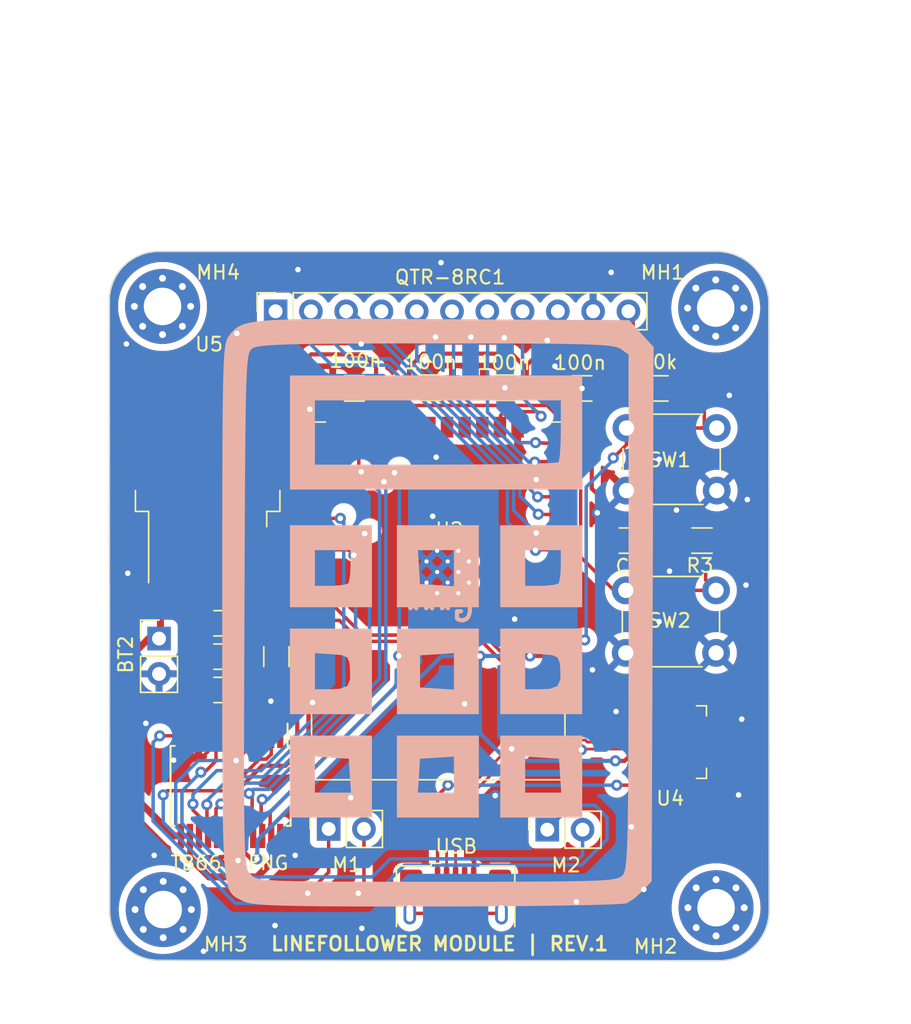
<source format=kicad_pcb>
(kicad_pcb (version 20221018) (generator pcbnew)
  (layers (0 "F.Cu" signal) (31 "B.Cu" signal) (34 "B.Paste" user) (35 "F.Paste" user) (36 "B.SilkS" user "B.Silkscreen") (37 "F.SilkS" user "F.Silkscreen") (38 "B.Mask" user) (39 "F.Mask" user) (44 "Edge.Cuts" user))
  (net 0 "")
  (net 1 "VDD")
  (net 2 "GND")
  (net 3 "/EN")
  (net 4 "/BOOT")
  (net 9 "/D32")
  (net 10 "/D33")
  (net 11 "/D25")
  (net 12 "/D26")
  (net 13 "/D27")
  (net 14 "/D14")
  (net 15 "/D12")
  (net 16 "/D13")
  (net 17 "VCC")
  (net 18 "/D15")
  (net 19 "/D2")
  (net 20 "/D4")
  (net 21 "/D5")
  (net 22 "/D18")
  (net 23 "/D19")
  (net 29 "/A1")
  (net 30 "/A2")
  (net 31 "/B1")
  (net 32 "/B2")
  (net 39 "/RX")
  (net 40 "/TX")
  (net 45 "/VBUS")
  (net 46 "/D-")
  (net 48 "/D+")
  (net 70 "unconnected-(J1-Shield-Pad6)")
  (footprint "Connector_PinSocket_2.54mm:PinSocket_1x02_P2.54mm_Vertical" (layer "F.Cu") (at 94.2 116.6 90)
    (fp_text reference "M2")
    (fp_text value "Conn_01x02_Socket" hide)
  )
  (footprint "Connector_PinSocket_2.54mm:PinSocket_1x02_P2.54mm_Vertical" (layer "F.Cu") (at 78.46 116.55 90)
    (fp_text reference "M1")
    (fp_text value "Conn_01x02_Socket" hide)
  )
  (footprint "Connector_PinSocket_2.54mm:PinSocket_1x11_P2.54mm_Vertical" (layer "F.Cu") (at 74.64 79.3 90)
    (fp_text reference "QTR-8RC1")
    (fp_text value "Conn_01x11_Socket" hide)
  )
  (footprint "Capacitor_SMD:C_1206_3216Metric_Pad1.33x1.80mm_HandSolder" (layer "F.Cu") (at 70.9 101.75 180)
    (fp_text reference "200u1" hide)
    (fp_text value "C_Polarized" hide)
  )
  (footprint "MountingHole:MountingHole_2.7mm_Pad_Via" (layer "F.Cu") (at 66.5 78.95)
    (fp_text reference "MH4")
    (fp_text value "MountingHole_2.7mm_Pad_Via" hide)
  )
  (footprint "Capacitor_SMD:C_1206_3216Metric_Pad1.33x1.80mm_HandSolder" (layer "F.Cu") (at 74.7 104.15 -90)
    (fp_text reference "C2" hide)
    (fp_text value "10u")
  )
  (footprint "Resistor_SMD:R_1206_3216Metric_Pad1.30x1.75mm_HandSolder" (layer "F.Cu") (at 102.1625 84.85 180)
    (fp_text reference "10k")
    (fp_text value "10k" hide)
  )
  (footprint "Package_SO:SSOP-24_5.3x8.2mm_P0.65mm" (layer "F.Cu") (at 71.4 113.45 -90)
    (fp_text reference "U1" hide)
    (fp_text value "TB6612FNG")
  )
  (footprint "Capacitor_SMD:C_1206_3216Metric_Pad1.33x1.80mm_HandSolder" (layer "F.Cu") (at 70.9125 106.55 180)
    (fp_text reference "C1" hide)
    (fp_text value "100n" hide)
  )
  (footprint "Package_DFN_QFN:QFN-28-1EP_5x5mm_P0.5mm_EP3.35x3.35mm" (layer "F.Cu") (at 103.05 110.3)
    (fp_text reference "U4")
    (fp_text value "CP2102N-Axx-xQFN28" hide)
  )
  (footprint "RF_Module:ESP32-WROOM-32" (layer "F.Cu") (at 86.35 97.15 180)
    (fp_text reference "U2")
    (fp_text value "ESP32-WROOM-32" hide)
  )
  (footprint "Button_Switch_THT:SW_PUSH_6mm" (layer "F.Cu") (at 99.85 99.381128)
    (fp_text reference "SW2")
    (fp_text value "SW_Push" hide)
  )
  (footprint "Capacitor_SMD:C_1206_3216Metric_Pad1.33x1.80mm_HandSolder" (layer "F.Cu") (at 80.3125 84.85 180)
    (fp_text reference "100n")
    (fp_text value "C_Unpolarized" hide)
  )
  (footprint "Capacitor_SMD:C_1206_3216Metric_Pad1.33x1.80mm_HandSolder" (layer "F.Cu") (at 70.9 104.15 180)
    (fp_text reference "100u1" hide)
    (fp_text value "C_Polarized" hide)
  )
  (footprint "Capacitor_SMD:C_1206_3216Metric_Pad1.33x1.80mm_HandSolder" (layer "F.Cu") (at 91.1625 84.8)
    (fp_text reference "C5" hide)
    (fp_text value "100n")
  )
  (footprint "Package_TO_SOT_SMD:TO-263-5_TabPin3" (layer "F.Cu") (at 69.75 88.875 90)
    (fp_text reference "U5")
    (fp_text value "LM2596S-3.3")
  )
  (footprint "MountingHole:MountingHole_2.7mm_Pad_Via" (layer "F.Cu") (at 106.325 79.068109)
    (fp_text reference "MH1")
    (fp_text value "MountingHole_2.7mm_Pad_Via" hide)
  )
  (footprint "MountingHole:MountingHole_2.7mm_Pad_Via" (layer "F.Cu") (at 106.35 122.218109)
    (fp_text reference "MH2")
    (fp_text value "MountingHole_2.7mm_Pad_Via" hide)
  )
  (footprint "Capacitor_SMD:C_1206_3216Metric_Pad1.33x1.80mm_HandSolder" (layer "F.Cu") (at 85.8125 84.8)
    (fp_text reference "100n")
    (fp_text value "C" hide)
  )
  (footprint "Button_Switch_THT:SW_PUSH_6mm" (layer "F.Cu") (at 99.9 87.7)
    (fp_text reference "SW1")
    (fp_text value "SW_Push" hide)
  )
  (footprint "MountingHole:MountingHole_2.7mm_Pad_Via" (layer "F.Cu") (at 66.55 122.35)
    (fp_text reference "MH3")
    (fp_text value "MountingHole_2.7mm_Pad_Via" hide)
  )
  (footprint "Connector_PinHeader_2.54mm:PinHeader_1x02_P2.54mm_Vertical" (layer "F.Cu") (at 66.25 102.85)
    (fp_text reference "BT2")
    (fp_text value "Battery" hide)
  )
  (footprint "Capacitor_SMD:C_1206_3216Metric_Pad1.33x1.80mm_HandSolder" (layer "F.Cu") (at 100.0875 95.8 180)
    (fp_text reference "C4")
    (fp_text value "10u" hide)
  )
  (footprint "Capacitor_SMD:C_1206_3216Metric_Pad1.33x1.80mm_HandSolder" (layer "F.Cu") (at 96.7 84.85 180)
    (fp_text reference "100n")
    (fp_text value "C" hide)
  )
  (footprint "Connector_USB:USB_Micro-B_Amphenol_10118193-0001LF_Horizontal" (layer "F.Cu") (at 87.6 122.625)
    (fp_text reference "USB")
    (fp_text value "USB_B_Micro" hide)
  )
  (footprint "Resistor_SMD:R_1206_3216Metric_Pad1.30x1.75mm_HandSolder" (layer "F.Cu") (at 105.3375 95.8 180)
    (fp_text reference "R3")
    (fp_text value "10k" hide)
  )
  (footprint "graphics:pcb_logo_45mmx45mm" (layer "B.Cu") (at 86.45 100.85 180)
    (fp_text reference "G***")
    (fp_text value "LOGO" hide)
  )
  (gr_arc (start 110.170584 122.422525) (mid 109.116162 124.968093) (end 106.570584 126.022525) (stroke (width 0.1)) (layer "Edge.Cuts"))
  (gr_line (start 106.570584 126.022525) (end 66.2 126) (stroke (width 0.1)) (layer "Edge.Cuts"))
  (gr_arc (start 106.528907 75) (mid 109.097989 76.155114) (end 110.15 78.768109) (stroke (width 0.1)) (layer "Edge.Cuts"))
  (gr_arc (start 62.674996 78.545877) (mid 63.687435 76.064658) (end 66.146701 75.000001) (stroke (width 0.1)) (layer "Edge.Cuts"))
  (gr_arc (start 66.2 126) (mid 63.72241 124.945648) (end 62.699996 122.454709) (stroke (width 0.1)) (layer "Edge.Cuts"))
  (gr_line (start 66.146701 75.000001) (end 106.528907 75) (stroke (width 0.1)) (layer "Edge.Cuts"))
  (gr_line (start 62.699996 122.454709) (end 62.674996 78.545877) (stroke (width 0.1)) (layer "Edge.Cuts"))
  (gr_line (start 110.15 78.768109) (end 110.170584 122.422525) (stroke (width 0.1)) (layer "Edge.Cuts"))
  (gr_text "LINEFOLLOWER MODULE | REV.1" (at 74.2 125.4) (layer "F.SilkS") (effects (font (size 1 1) (thickness 0.2) bold) (justify left bottom)))
  (segment (start 64.05 108.45) (end 64.45 108.05) (width 0.5) (layer "F.Cu") (net 1))
  (segment (start 66.55 96.95) (end 66.35 96.75) (width 0.5) (layer "F.Cu") (net 1))
  (segment (start 66.35 96.75) (end 66.35 102.75) (width 0.5) (layer "F.Cu") (net 1))
  (segment (start 64.05 108.5) (end 64.05 108.15) (width 0.5) (layer "F.Cu") (net 1))
  (segment (start 74.975 118.325) (end 74.9 118.4) (width 0.25) (layer "F.Cu") (net 1))
  (segment (start 64.05 113.8) (end 64.05 108.5) (width 0.5) (layer "F.Cu") (net 1))
  (segment (start 74.975 117.05) (end 74.975 118.325) (width 0.4) (layer "F.Cu") (net 1))
  (segment (start 64.45 108.05) (end 64.6 107.9) (width 0.5) (layer "F.Cu") (net 1))
  (segment (start 68.475 117.05) (end 68.475 118.625) (width 0.4) (layer "F.Cu") (net 1))
  (segment (start 72.4625 106.6375) (end 72.4625 101.75) (width 0.5) (layer "F.Cu") (net 1))
  (segment (start 64.05 108.15) (end 64.05 108.1) (width 0.5) (layer "F.Cu") (net 1))
  (segment (start 64.05 108.1) (end 64.275 107.875) (width 0.5) (layer "F.Cu") (net 1))
  (segment (start 64.05 104.3) (end 64.05 107.65) (width 0.5) (layer "F.Cu") (net 1))
  (segment (start 68.475 118.625) (end 69.85 120) (width 0.5) (layer "F.Cu") (net 1))
  (segment (start 64.05 107.25) (end 64.05 107.35) (width 0.5) (layer "F.Cu") (net 1))
  (segment (start 67.825 117.05) (end 68.475 117.05) (width 0.4) (layer "F.Cu") (net 1))
  (segment (start 67.3 117.05) (end 64.05 113.8) (width 0.5) (layer "F.Cu") (net 1))
  (segment (start 71.2 107.9) (end 72.4625 106.6375) (width 0.5) (layer "F.Cu") (net 1))
  (segment (start 64.6 107.9) (end 71.2 107.9) (width 0.5) (layer "F.Cu") (net 1))
  (segment (start 68.4 117.125) (end 68.475 117.05) (width 0.4) (layer "F.Cu") (net 1))
  (segment (start 72.4625 101.75) (end 73.8625 101.75) (width 0.5) (layer "F.Cu") (net 1))
  (segment (start 64.05 108.15) (end 64.05 107.65) (width 0.5) (layer "F.Cu") (net 1))
  (segment (start 66.35 102.75) (end 66.25 102.85) (width 0.5) (layer "F.Cu") (net 1))
  (segment (start 73.8625 101.75) (end 74.7 102.5875) (width 0.5) (layer "F.Cu") (net 1))
  (segment (start 65.5 102.85) (end 64.05 104.3) (width 0.5) (layer "F.Cu") (net 1))
  (segment (start 70.3 120) (end 73.3 120) (width 0.5) (layer "F.Cu") (net 1))
  (segment (start 69.85 120) (end 70.3 120) (width 0.5) (layer "F.Cu") (net 1))
  (segment (start 64.05 108.5) (end 64.05 108.45) (width 0.5) (layer "F.Cu") (net 1))
  (segment (start 64.275 107.875) (end 64.45 108.05) (width 0.5) (layer "F.Cu") (net 1))
  (segment (start 66.25 102.85) (end 65.5 102.85) (width 0.5) (layer "F.Cu") (net 1))
  (segment (start 64.05 107.35) (end 64.6 107.9) (width 0.5) (layer "F.Cu") (net 1))
  (segment (start 67.825 117.05) (end 67.3 117.05) (width 0.5) (layer "F.Cu") (net 1))
  (segment (start 73.3 120) (end 74.9 118.4) (width 0.5) (layer "F.Cu") (net 1))
  (segment (start 88.9 115.7) (end 90.45 114.15) (width 0.25) (layer "F.Cu") (net 2))
  (segment (start 73.025 108.65) (end 73.1 108.575) (width 0.25) (layer "F.Cu") (net 2))
  (segment (start 68.825 111.25) (end 69.15 110.925) (width 0.25) (layer "F.Cu") (net 2))
  (segment (start 65.65 108.6) (end 68.95 108.6) (width 0.25) (layer "F.Cu") (net 2))
  (segment (start 101.7 109.8) (end 102.2 110.3) (width 0.25) (layer "F.Cu") (net 2))
  (segment (start 71 117.884954) (end 71 116.65) (width 0.25) (layer "F.Cu") (net 2))
  (segment (start 69.925 108.575) (end 69.775 108.725) (width 0.25) (layer "F.Cu") (net 2))
  (segment (start 73.025 109.85) (end 73.675 109.85) (width 0.25) (layer "F.Cu") (net 2))
  (segment (start 100.151992 109.8) (end 101.7 109.8) (width 0.25) (layer "F.Cu") (net 2))
  (segment (start 73.1 108.575) (end 69.925 108.575) (width 0.25) (layer "F.Cu") (net 2))
  (segment (start 73.325 108.575) (end 73.1 108.575) (width 0.25) (layer "F.Cu") (net 2))
  (segment (start 69.775 110.975) (end 69.775 109.85) (width 0.25) (layer "F.Cu") (net 2))
  (segment (start 71.934216 118.81917) (end 71 117.884954) (width 0.25) (layer "F.Cu") (net 2))
  (segment (start 67.65 111.25) (end 68.7 111.25) (width 0.25) (layer "F.Cu") (net 2))
  (segment (start 65.3 108.95) (end 65.65 108.6) (width 0.25) (layer "F.Cu") (net 2))
  (segment (start 88.9 119.95) (end 88.9 115.7) (width 0.25) (layer "F.Cu") (net 2))
  (segment (start 69.925 108.575) (end 69.325 108.575) (width 0.25) (layer "F.Cu") (net 2))
  (segment (start 67.65 111.25) (end 69.5 111.25) (width 0.25) (layer "F.Cu") (net 2))
  (segment (start 73.675 108.225) (end 73.325 108.575) (width 0.25) (layer "F.Cu") (net 2))
  (segment (start 69.775 108.725) (end 69.775 109.85) (width 0.25) (layer "F.Cu") (net 2))
  (segment (start 99.15 108.798008) (end 100.151992 109.8) (width 0.25) (layer "F.Cu") (net 2))
  (segment (start 69.5 111.25) (end 69.775 110.975) (width 0.25) (layer "F.Cu") (net 2))
  (segment (start 99.15 108.1) (end 99.15 108.798008) (width 0.25) (layer "F.Cu") (net 2))
  (segment (start 68.7 111.25) (end 68.825 111.25) (width 0.25) (layer "F.Cu") (net 2))
  (segment (start 69.15 109.85) (end 69.65 109.85) (width 0.25) (layer "F.Cu") (net 2))
  (segment (start 69.325 108.575) (end 69.125 108.775) (width 0.25) (layer "F.Cu") (net 2))
  (segment (start 73.675 108.225) (end 74.3 107.6) (width 0.25) (layer "F.Cu") (net 2))
  (segment (start 69.15 110.925) (end 69.15 109.85) (width 0.25) (layer "F.Cu") (net 2))
  (segment (start 69.125 108.775) (end 69.125 109.85) (width 0.25) (layer "F.Cu") (net 2))
  (segment (start 73.675 109.85) (end 73.675 108.225) (width 0.25) (layer "F.Cu") (net 2))
  (segment (start 69.65 109.85) (end 69.7 109.9) (width 0.25) (layer "F.Cu") (net 2))
  (segment (start 73.025 109.85) (end 73.025 108.65) (width 0.25) (layer "F.Cu") (net 2))
  (segment (start 68.95 108.6) (end 69.125 108.775) (width 0.25) (layer "F.Cu") (net 2))
  (segment (start 67.3 111.6) (end 67.65 111.25) (width 0.25) (layer "F.Cu") (net 2))
  (via (at 77.1 86.35) (size 0.8) (drill 0.4) (layers "F.Cu" "B.Cu") (net 2))
  (via (at 85.95 94.05) (size 0.8) (drill 0.4) (layers "F.Cu" "B.Cu") (net 2))
  (via (at 94.75 83.25) (size 0.8) (drill 0.4) (layers "F.Cu" "B.Cu") (net 2))
  (via (at 98.8 76.5) (size 0.8) (drill 0.4) (layers "F.Cu" "B.Cu") (net 2))
  (via (at 96.29 121.8) (size 0.8) (drill 0.4) (layers "F.Cu" "B.Cu") (net 2))
  (via (at 90.45 114.15) (size 0.8) (drill 0.4) (layers "F.Cu" "B.Cu") (net 2))
  (via (at 63.9 81.65) (size 0.8) (drill 0.4) (layers "F.Cu" "B.Cu") (net 2))
  (via (at 99.15 108.1) (size 0.8) (drill 0.4) (layers "F.Cu" "B.Cu") (net 2))
  (via (at 76.05 118.45) (size 0.8) (drill 0.4) (layers "F.Cu" "B.Cu") (net 2))
  (via (at 65.9 118.45) (size 0.8) (drill 0.4) (layers "F.Cu" "B.Cu") (net 2))
  (via (at 108.5 99) (size 0.8) (drill 0.4) (layers "F.Cu" "B.Cu") (net 2))
  (via (at 97.45 105.1) (size 0.8) (drill 0.4) (layers "F.Cu" "B.Cu") (net 2))
  (via (at 88.25 107.55) (size 0.8) (drill 0.4) (layers "F.Cu" "B.Cu") (net 2))
  (via (at 91.15 84.8) (size 0.8) (drill 0.4) (layers "F.Cu" "B.Cu") (net 2))
  (via (at 80.8 81.65) (size 0.8) (drill 0.4) (layers "F.Cu" "B.Cu") (net 2))
  (via (at 71.85 80.9) (size 0.8) (drill 0.4) (layers "F.Cu" "B.Cu") (net 2))
  (via (at 76.25 76.3) (size 0.8) (drill 0.4) (layers "F.Cu" "B.Cu") (net 2))
  (via (at 103.5 93.604416) (size 0.8) (drill 0.4) (layers "F.Cu" "B.Cu") (net 2))
  (via (at 107.3 85.35) (size 0.8) (drill 0.4) (layers "F.Cu" "B.Cu") (net 2))
  (via (at 77.3 107.45) (size 0.8) (drill 0.4) (layers "F.Cu" "B.Cu") (net 2))
  (via (at 97.8 93.8) (size 0.8) (drill 0.4) (layers "F.Cu" "B.Cu") (net 2))
  (via (at 65.3 108.95) (size 0.8) (drill 0.4) (layers "F.Cu" "B.Cu") (net 2))
  (via (at 103 98) (size 0.8) (drill 0.4) (layers "F.Cu" "B.Cu") (net 2))
  (via (at 67.3 111.6) (size 0.8) (drill 0.4) (layers "F.Cu" "B.Cu") (net 2))
  (via (at 74.6 123.5) (size 0.8) (drill 0.4) (layers "F.Cu" "B.Cu") (net 2))
  (via (at 102.25 89.95) (size 0.8) (drill 0.4) (layers "F.Cu" "B.Cu") (net 2))
  (via (at 108.6 92.85) (size 0.8) (drill 0.4) (layers "F.Cu" "B.Cu") (net 2))
  (via (at 74.3 107.35) (size 0.8) (drill 0.4) (layers "F.Cu" "B.Cu") (net 2))
  (via (at 86.15 81.15) (size 0.8) (drill 0.4) (layers "F.Cu" "B.Cu") (net 2))
  (via (at 107.970584 114.104416) (size 0.8) (drill 0.4) (layers "F.Cu" "B.Cu") (net 2))
  (via (at 88.7 81.15) (size 0.8) (drill 0.4) (layers "F.Cu" "B.Cu") (net 2))
  (via (at 91.1 81.2) (size 0.8) (drill 0.4) (layers "F.Cu" "B.Cu") (net 2))
  (via (at 102.25 101.631128) (size 0.8) (drill 0.4) (layers "F.Cu" "B.Cu") (net 2))
  (via (at 94.2 81.4) (size 0.8) (drill 0.4) (layers "F.Cu" "B.Cu") (net 2))
  (via (at 101.15 120.9) (size 0.8) (drill 0.4) (layers "F.Cu" "B.Cu") (net 2))
  (via (at 108.2 108.65) (size 0.8) (drill 0.4) (layers "F.Cu" "B.Cu") (net 2))
  (via (at 86.55 75.8) (size 0.8) (drill 0.4) (layers "F.Cu" "B.Cu") (net 2))
  (via (at 100.25 116.4) (size 0.8) (drill 0.4) (layers "F.Cu" "B.Cu") (net 2))
  (via (at 96.7 84.85) (size 0.8) (drill 0.4) (layers "F.Cu" "B.Cu") (net 2))
  (via (at 71.934216 118.81917) (size 0.8) (drill 0.4) (layers "F.Cu" "B.Cu") (net 2))
  (via (at 64 98.15) (size 0.8) (drill 0.4) (layers "F.Cu" "B.Cu") (net 2))
  (via (at 69.45 125.35) (size 0.8) (drill 0.4) (layers "F.Cu" "B.Cu") (net 2))
  (via (at 80.05 114.3) (size 0.8) (drill 0.4) (layers "F.Cu" "B.Cu") (net 2))
  (via (at 86.2 89.8) (size 0.8) (drill 0.4) (layers "F.Cu" "B.Cu") (net 2))
  (via (at 80.85 123.7) (size 0.8) (drill 0.4) (layers "F.Cu" "B.Cu") (net 2))
  (via (at 91.85 101.45) (size 0.8) (drill 0.4) (layers "F.Cu" "B.Cu") (net 2))
  (segment (start 98.95 89.85) (end 99 89.8) (width 0.25) (layer "F.Cu") (net 3))
  (segment (start 99.9 87.7) (end 99.9 88.9) (width 0.25) (layer "F.Cu") (net 3))
  (segment (start 104.55 84.85) (end 105.5 85.8) (width 0.25) (layer "F.Cu") (net 3))
  (segment (start 103.7125 84.85) (end 104.55 84.85) (width 0.25) (layer "F.Cu") (net 3))
  (segment (start 105.5 87.7) (end 99.9 87.7) (width 0.25) (layer "F.Cu") (net 3))
  (segment (start 95.15 103.01) (end 96.84 103.01) (width 0.25) (layer "F.Cu") (net 3))
  (segment (start 105.5 85.8) (end 105.5 87.7) (width 0.25) (layer "F.Cu") (net 3))
  (segment (start 96.84 103.01) (end 96.9 102.95) (width 0.25) (layer "F.Cu") (net 3))
  (segment (start 99.9 88.9) (end 98.95 89.85) (width 0.25) (layer "F.Cu") (net 3))
  (via (at 98.95 89.85) (size 0.8) (drill 0.4) (layers "F.Cu" "B.Cu") (net 3))
  (via (at 96.9 102.95) (size 0.8) (drill 0.4) (layers "F.Cu" "B.Cu") (net 3))
  (segment (start 97 91.95) (end 97 102.85) (width 0.25) (layer "B.Cu") (net 3))
  (segment (start 97 102.85) (end 96.9 102.95) (width 0.25) (layer "B.Cu") (net 3))
  (segment (start 98.95 89.85) (end 98.95 90) (width 0.25) (layer "B.Cu") (net 3))
  (segment (start 98.95 90) (end 97 91.95) (width 0.25) (layer "B.Cu") (net 3))
  (segment (start 94.185 86.075) (end 80.365 86.075) (width 0.25) (layer "F.Cu") (net 4))
  (segment (start 105.95 95.5) (end 105.6 95.85) (width 0.25) (layer "F.Cu") (net 4))
  (segment (start 106.35 99.381128) (end 99 99.381128) (width 0.25) (layer "F.Cu") (net 4))
  (segment (start 80.365 86.075) (end 77.6 88.84) (width 0.25) (layer "F.Cu") (net 4))
  (segment (start 96.6 96.981128) (end 96.6 88.49) (width 0.25) (layer "F.Cu") (net 4))
  (segment (start 106.95 95.5) (end 105.95 95.5) (width 0.25) (layer "F.Cu") (net 4))
  (segment (start 96.6 88.49) (end 94.185 86.075) (width 0.25) (layer "F.Cu") (net 4))
  (segment (start 105.6 98.631128) (end 106.35 99.381128) (width 0.25) (layer "F.Cu") (net 4))
  (segment (start 99 99.381128) (end 96.6 96.981128) (width 0.25) (layer "F.Cu") (net 4))
  (segment (start 105.6 95.85) (end 105.6 98.631128) (width 0.25) (layer "F.Cu") (net 4))
  (segment (start 93.4 96.5) (end 93.35 96.5) (width 0.25) (layer "F.Cu") (net 9))
  (segment (start 93.35 96.5) (end 93.35 96.55) (width 0.25) (layer "F.Cu") (net 9))
  (segment (start 93.35 96.55) (end 93.35 96.55) (width 0.25) (layer "F.Cu") (net 9))
  (segment (start 95.1 96.46) (end 93.44 96.46) (width 0.25) (layer "F.Cu") (net 9))
  (segment (start 93.44 96.46) (end 93.4 96.5) (width 0.25) (layer "F.Cu") (net 9))
  (via (at 93.35 96.5) (size 0.8) (drill 0.4) (layers "F.Cu" "B.Cu") (net 9))
  (segment (start 91.325 94.475) (end 91.325 91.793376) (width 0.25) (layer "B.Cu") (net 9))
  (segment (start 82.706624 83.175) (end 78.675 83.175) (width 0.25) (layer "B.Cu") (net 9))
  (segment (start 91.325 91.793376) (end 82.706624 83.175) (width 0.25) (layer "B.Cu") (net 9))
  (segment (start 93.35 96.5) (end 91.325 94.475) (width 0.25) (layer "B.Cu") (net 9))
  (segment (start 74.8 79.3) (end 74.64 79.3) (width 0.25) (layer "B.Cu") (net 9))
  (segment (start 78.675 83.175) (end 74.8 79.3) (width 0.25) (layer "B.Cu") (net 9))
  (segment (start 93.46 95.19) (end 93.4 95.25) (width 0.25) (layer "F.Cu") (net 10))
  (segment (start 95.1 95.19) (end 93.46 95.19) (width 0.25) (layer "F.Cu") (net 10))
  (via (at 93.4 95.25) (size 0.8) (drill 0.4) (layers "F.Cu" "B.Cu") (net 10))
  (segment (start 93.4 95.25) (end 91.775 93.625) (width 0.25) (layer "B.Cu") (net 10))
  (segment (start 91.775 93.625) (end 91.775 91.60698) (width 0.25) (layer "B.Cu") (net 10))
  (segment (start 79.999695 82.725) (end 77.18 79.905305) (width 0.25) (layer "B.Cu") (net 10))
  (segment (start 77.18 79.905305) (end 77.18 79.3) (width 0.25) (layer "B.Cu") (net 10))
  (segment (start 82.89302 82.725) (end 79.999695 82.725) (width 0.25) (layer "B.Cu") (net 10))
  (segment (start 91.775 91.60698) (end 82.89302 82.725) (width 0.25) (layer "B.Cu") (net 10))
  (segment (start 93.55 93.9) (end 93.55 94) (width 0.25) (layer "F.Cu") (net 11))
  (segment (start 93.55 94) (end 93.55 94) (width 0.25) (layer "F.Cu") (net 11))
  (segment (start 95.1 93.92) (end 93.63 93.92) (width 0.25) (layer "F.Cu") (net 11))
  (segment (start 93.63 93.92) (end 93.65 93.9) (width 0.25) (layer "F.Cu") (net 11))
  (segment (start 93.65 93.9) (end 93.55 93.9) (width 0.25) (layer "F.Cu") (net 11))
  (via (at 93.55 93.9) (size 0.8) (drill 0.4) (layers "F.Cu" "B.Cu") (net 11))
  (segment (start 92.225 92.575) (end 93.55 93.9) (width 0.25) (layer "B.Cu") (net 11))
  (segment (start 79.72 79.3) (end 80.104416 79.3) (width 0.25) (layer "B.Cu") (net 11))
  (segment (start 92.225 91.420584) (end 92.225 92.575) (width 0.25) (layer "B.Cu") (net 11))
  (segment (start 80.104416 79.3) (end 92.225 91.420584) (width 0.25) (layer "B.Cu") (net 11))
  (segment (start 95.1 92.65) (end 93.5 92.65) (width 0.25) (layer "F.Cu") (net 12))
  (via (at 93.5 92.65) (size 0.8) (drill 0.4) (layers "F.Cu" "B.Cu") (net 12))
  (segment (start 92.675 91.234188) (end 82.26 80.819188) (width 0.25) (layer "B.Cu") (net 12))
  (segment (start 93.5 92.65) (end 92.675 91.825) (width 0.25) (layer "B.Cu") (net 12))
  (segment (start 82.26 80.819188) (end 82.26 79.3) (width 0.25) (layer "B.Cu") (net 12))
  (segment (start 92.675 91.825) (end 92.675 91.234188) (width 0.25) (layer "B.Cu") (net 12))
  (segment (start 95.1 91.38) (end 93.4 91.4) (width 0.25) (layer "F.Cu") (net 13))
  (segment (start 93.4 91.4) (end 93.42 91.38) (width 0.25) (layer "F.Cu") (net 13))
  (via (at 93.4 91.4) (size 0.8) (drill 0.4) (layers "F.Cu" "B.Cu") (net 13))
  (segment (start 84.8 79.3) (end 84.8 82.722792) (width 0.25) (layer "B.Cu") (net 13))
  (segment (start 93.4 91.322792) (end 93.4 91.4) (width 0.25) (layer "B.Cu") (net 13))
  (segment (start 84.8 82.722792) (end 93.4 91.322792) (width 0.25) (layer "B.Cu") (net 13))
  (segment (start 93.4 90.15) (end 93.3 90.15) (width 0.25) (layer "F.Cu") (net 14))
  (segment (start 95.1 90.11) (end 93.36 90.11) (width 0.25) (layer "F.Cu") (net 14))
  (segment (start 93.3 90.15) (end 93.3 90.05) (width 0.25) (layer "F.Cu") (net 14))
  (segment (start 93.3 90.05) (end 93.35 90.1) (width 0.25) (layer "F.Cu") (net 14))
  (segment (start 93.36 90.11) (end 93.4 90.15) (width 0.25) (layer "F.Cu") (net 14))
  (via (at 93.3 90.15) (size 0.8) (drill 0.4) (layers "F.Cu" "B.Cu") (net 14))
  (segment (start 87.45 84.736396) (end 87.45 79.41) (width 0.25) (layer "B.Cu") (net 14))
  (segment (start 87.45 79.41) (end 87.34 79.3) (width 0.25) (layer "B.Cu") (net 14))
  (segment (start 92.863604 90.15) (end 87.45 84.736396) (width 0.25) (layer "B.Cu") (net 14))
  (segment (start 93.3 90.15) (end 92.863604 90.15) (width 0.25) (layer "B.Cu") (net 14))
  (segment (start 93.35 88.75) (end 93.41 88.84) (width 0.25) (layer "F.Cu") (net 15))
  (segment (start 95.1 88.84) (end 93.35 88.75) (width 0.25) (layer "F.Cu") (net 15))
  (via (at 93.35 88.75) (size 0.8) (drill 0.4) (layers "F.Cu" "B.Cu") (net 15))
  (segment (start 89.9 86.55) (end 89.9 79.32) (width 0.25) (layer "B.Cu") (net 15))
  (segment (start 92.1 88.75) (end 89.9 86.55) (width 0.25) (layer "B.Cu") (net 15))
  (segment (start 93.35 88.75) (end 92.1 88.75) (width 0.25) (layer "B.Cu") (net 15))
  (segment (start 89.9 79.32) (end 89.88 79.3) (width 0.25) (layer "B.Cu") (net 15))
  (segment (start 93.75 86.8) (end 93.75 86.85) (width 0.25) (layer "F.Cu") (net 16))
  (segment (start 90.84 87.79) (end 90.84 86.79) (width 0.25) (layer "F.Cu") (net 16))
  (segment (start 90.84 86.79) (end 91.105 86.525) (width 0.25) (layer "F.Cu") (net 16))
  (segment (start 91.105 86.525) (end 93.475 86.525) (width 0.25) (layer "F.Cu") (net 16))
  (segment (start 93.75 86.85) (end 93.8 86.85) (width 0.25) (layer "F.Cu") (net 16))
  (segment (start 93.8 86.85) (end 93.7 86.75) (width 0.25) (layer "F.Cu") (net 16))
  (segment (start 93.475 86.525) (end 93.75 86.8) (width 0.25) (layer "F.Cu") (net 16))
  (via (at 93.75 86.85) (size 0.8) (drill 0.4) (layers "F.Cu" "B.Cu") (net 16))
  (segment (start 93.75 86.85) (end 92.42 85.52) (width 0.25) (layer "B.Cu") (net 16))
  (segment (start 92.42 85.52) (end 92.42 79.3) (width 0.25) (layer "B.Cu") (net 16))
  (segment (start 98.2625 84.85) (end 100.6125 84.85) (width 0.3) (layer "F.Cu") (net 17))
  (segment (start 98.2625 84.85) (end 97.4 85.7125) (width 0.3) (layer "F.Cu") (net 17))
  (segment (start 72.875 118.7) (end 72.375 118.2) (width 0.3) (layer "F.Cu") (net 17))
  (segment (start 73.3 118.7) (end 72.875 118.7) (width 0.3) (layer "F.Cu") (net 17))
  (segment (start 84.25 84.8) (end 84.25 83.35) (width 0.3) (layer "F.Cu") (net 17))
  (segment (start 75.1 100.4) (end 76.2 101.5) (width 0.3) (layer "F.Cu") (net 17))
  (segment (start 84.25 83.35) (end 85.25 82.35) (width 0.3) (layer "F.Cu") (net 17))
  (segment (start 68.05 97.15) (end 68.05 99.888173) (width 0.3) (layer "F.Cu") (net 17))
  (segment (start 97.4 92.05) (end 100.85 95.5) (width 0.3) (layer "F.Cu") (net 17))
  (segment (start 81.875 84.85) (end 81.875 83.325) (width 0.3) (layer "F.Cu") (net 17))
  (segment (start 92.725 83.425) (end 92.725 84.8) (width 0.3) (layer "F.Cu") (net 17))
  (segment (start 71.65 114.021752) (end 71.65 117.1) (width 0.3) (layer "F.Cu") (net 17))
  (segment (start 100.35 79.61) (end 100.35 84.5875) (width 0.3) (layer "F.Cu") (net 17))
  (segment (start 92.95 104.1) (end 95.08 104.1) (width 0.3) (layer "F.Cu") (net 17))
  (segment (start 100.6 111.3) (end 100.116637 111.3) (width 0.3) (layer "F.Cu") (net 17))
  (segment (start 91.65 82.35) (end 92.725 83.425) (width 0.3) (layer "F.Cu") (net 17))
  (segment (start 71.725 117.05) (end 72.375 117.05) (width 0.3) (layer "F.Cu") (net 17))
  (segment (start 75.15 100.4) (end 74.65 100.4) (width 0.3) (layer "F.Cu") (net 17))
  (segment (start 76.2 101.5) (end 76.2 111.15) (width 0.3) (layer "F.Cu") (net 17))
  (segment (start 68.25 96.95) (end 68.05 97.15) (width 0.3) (layer "F.Cu") (net 17))
  (segment (start 76.2 111.15) (end 75.35 112) (width 0.3) (layer "F.Cu") (net 17))
  (segment (start 77.2 82.4) (end 76.2 83.4) (width 0.3) (layer "F.Cu") (net 17))
  (segment (start 84.2 84.85) (end 84.25 84.8) (width 0.3) (layer "F.Cu") (net 17))
  (segment (start 92.725 84.8) (end 92.725 83.175) (width 0.3) (layer "F.Cu") (net 17))
  (segment (start 100.04 79.3) (end 100.35 79.61) (width 0.3) (layer "F.Cu") (net 17))
  (segment (start 76.2 83.4) (end 76.2 99.35) (width 0.3) (layer "F.Cu") (net 17))
  (segment (start 81.875 84.85) (end 84.2 84.85) (width 0.3) (layer "F.Cu") (net 17))
  (segment (start 93.55 82.35) (end 97.3 82.35) (width 0.3) (layer "F.Cu") (net 17))
  (segment (start 95.08 104.1) (end 95.1 104.08) (width 0.3) (layer "F.Cu") (net 17))
  (segment (start 100.85 95.5) (end 103.85 95.5) (width 0.3) (layer "F.Cu") (net 17))
  (segment (start 74.65 100.4) (end 75.1 100.4) (width 0.3) (layer "F.Cu") (net 17))
  (segment (start 97.4 85.7125) (end 97.4 92.05) (width 0.3) (layer "F.Cu") (net 17))
  (segment (start 92.725 83.175) (end 93.55 82.35) (width 0.3) (layer "F.Cu") (net 17))
  (segment (start 99.766637 111.65) (end 99.1 111.65) (width 0.3) (layer "F.Cu") (net 17))
  (segment (start 81.875 83.325) (end 80.95 82.4) (width 0.3) (layer "F.Cu") (net 17))
  (segment (start 98.2625 83.3125) (end 98.2625 84.85) (width 0.3) (layer "F.Cu") (net 17))
  (segment (start 72.375 118.2) (end 72.375 117.05) (width 0.3) (layer "F.Cu") (net 17))
  (segment (start 85.25 82.35) (end 91.65 82.35) (width 0.3) (layer "F.Cu") (net 17))
  (segment (start 95.1 104.08) (end 95.57 104.08) (width 0.3) (layer "F.Cu") (net 17))
  (segment (start 100.35 84.5875) (end 100.6125 84.85) (width 0.3) (layer "F.Cu") (net 17))
  (segment (start 80.95 82.4) (end 77.2 82.4) (width 0.3) (layer "F.Cu") (net 17))
  (segment (start 68.05 99.888173) (end 68.561827 100.4) (width 0.3) (layer "F.Cu") (net 17))
  (segment (start 68.561827 100.4) (end 74.65 100.4) (width 0.3) (layer "F.Cu") (net 17))
  (segment (start 100.116637 111.3) (end 99.766637 111.65) (width 0.3) (layer "F.Cu") (net 17))
  (segment (start 97.3 82.35) (end 98.2625 83.3125) (width 0.3) (layer "F.Cu") (net 17))
  (segment (start 76.2 99.35) (end 75.15 100.4) (width 0.3) (layer "F.Cu") (net 17))
  (segment (start 75.35 112) (end 73.671752 112) (width 0.3) (layer "F.Cu") (net 17))
  (segment (start 73.671752 112) (end 71.65 114.021752) (width 0.3) (layer "F.Cu") (net 17))
  (via (at 89.35 104.112299) (size 0.8) (drill 0.4) (layers "F.Cu" "B.Cu") (net 17))
  (via (at 99.1 111.65) (size 0.8) (drill 0.4) (layers "F.Cu" "B.Cu") (net 17))
  (via (at 73.3 118.7) (size 0.8) (drill 0.4) (layers "F.Cu" "B.Cu") (net 17))
  (via (at 92.95 104.1) (size 0.8) (drill 0.4) (layers "F.Cu" "B.Cu") (net 17))
  (segment (start 86.587701 104.112299) (end 73.35 117.35) (width 0.3) (layer "B.Cu") (net 17))
  (segment (start 89.362299 104.1) (end 92.95 104.1) (width 0.3) (layer "B.Cu") (net 17))
  (segment (start 89.35 104.112299) (end 89.362299 104.1) (width 0.3) (layer "B.Cu") (net 17))
  (segment (start 89.925402 104.1) (end 89.913103 104.112299) (width 0.3) (layer "B.Cu") (net 17))
  (segment (start 73.35 118.65) (end 73.3 118.7) (width 0.3) (layer "B.Cu") (net 17))
  (segment (start 89.35 104.112299) (end 86.587701 104.112299) (width 0.3) (layer "B.Cu") (net 17))
  (segment (start 73.35 117.35) (end 73.3 118.7) (width 0.3) (layer "B.Cu") (net 17))
  (segment (start 89.913103 104.112299) (end 89.35 104.112299) (width 0.3) (layer "B.Cu") (net 17))
  (segment (start 89.35 104.112299) (end 89.35 109.65) (width 0.3) (layer "B.Cu") (net 17))
  (segment (start 92.95 104.1) (end 93 104.1) (width 0.3) (layer "B.Cu") (net 17))
  (segment (start 89.35 109.65) (end 91.35 111.65) (width 0.3) (layer "B.Cu") (net 17))
  (segment (start 91.35 111.65) (end 99.1 111.65) (width 0.3) (layer "B.Cu") (net 17))
  (segment (start 74.25 115.35) (end 74.25 116.65) (width 0.25) (layer "F.Cu") (net 18))
  (segment (start 83.199197 90.915772) (end 83.121126 90.837701) (width 0.25) (layer "F.Cu") (net 18))
  (segment (start 83.50346 106.09654) (end 74.25 115.35) (width 0.25) (layer "F.Cu") (net 18))
  (segment (start 83.121126 90.837701) (end 82.437701 90.837701) (width 0.25) (layer "F.Cu") (net 18))
  (segment (start 83.50346 104.1) (end 83.50346 106.09654) (width 0.25) (layer "F.Cu") (net 18))
  (segment (start 82.437701 90.837701) (end 81.9 90.3) (width 0.25) (layer "F.Cu") (net 18))
  (segment (start 81.9 90.3) (end 81.9 87.59) (width 0.25) (layer "F.Cu") (net 18))
  (via (at 83.199197 90.915772) (size 0.8) (drill 0.4) (layers "F.Cu" "B.Cu") (net 18))
  (via (at 83.50346 104.1) (size 0.8) (drill 0.4) (layers "F.Cu" "B.Cu") (net 18))
  (segment (start 83.199197 90.915772) (end 83.199197 90.900803) (width 0.25) (layer "B.Cu") (net 18))
  (segment (start 83.55 91.266575) (end 83.55 104.05346) (width 0.25) (layer "B.Cu") (net 18))
  (segment (start 83.199197 90.915772) (end 83.55 91.266575) (width 0.25) (layer "B.Cu") (net 18))
  (segment (start 83.55 104.05346) (end 83.50346 104.1) (width 0.25) (layer "B.Cu") (net 18))
  (segment (start 80.63 90.68) (end 80.63 87.59) (width 0.25) (layer "F.Cu") (net 19))
  (segment (start 80.8 90.85) (end 80.63 90.68) (width 0.25) (layer "F.Cu") (net 19))
  (segment (start 72.95 114.212201) (end 72.95 116.65) (width 0.25) (layer "F.Cu") (net 19))
  (segment (start 72.734753 113.996954) (end 72.95 114.212201) (width 0.25) (layer "F.Cu") (net 19))
  (via (at 80.8 90.85) (size 0.8) (drill 0.4) (layers "F.Cu" "B.Cu") (net 19))
  (via (at 72.734753 113.996954) (size 0.8) (drill 0.4) (layers "F.Cu" "B.Cu") (net 19))
  (segment (start 80.7 90.85) (end 80.775 90.925) (width 0.25) (layer "B.Cu") (net 19))
  (segment (start 82.125 92.275) (end 80.8 90.95) (width 0.25) (layer "B.Cu") (net 19))
  (segment (start 82.125 105.734188) (end 82.125 92.275) (width 0.25) (layer "B.Cu") (net 19))
  (segment (start 74.159188 113.7) (end 82.125 105.734188) (width 0.25) (layer "B.Cu") (net 19))
  (segment (start 80.8 90.95) (end 80.8 90.85) (width 0.25) (layer "B.Cu") (net 19))
  (segment (start 73.031707 113.7) (end 74.159188 113.7) (width 0.25) (layer "B.Cu") (net 19))
  (segment (start 80.8 90.85) (end 80.7 90.85) (width 0.25) (layer "B.Cu") (net 19))
  (segment (start 72.734753 113.996954) (end 73.031707 113.7) (width 0.25) (layer "B.Cu") (net 19))
  (segment (start 73.6 114.499) (end 73.6 116.65) (width 0.25) (layer "F.Cu") (net 20))
  (segment (start 81.112604 91.562701) (end 81.100305 91.575) (width 0.25) (layer "F.Cu") (net 20))
  (segment (start 73.6745 114.4245) (end 73.6 114.499) (width 0.25) (layer "F.Cu") (net 20))
  (segment (start 81.100305 91.575) (end 79.645 91.575) (width 0.25) (layer "F.Cu") (net 20))
  (segment (start 82.437299 91.562701) (end 81.112604 91.562701) (width 0.25) (layer "F.Cu") (net 20))
  (segment (start 79.645 91.575) (end 78.18 90.11) (width 0.25) (layer "F.Cu") (net 20))
  (segment (start 78.18 90.11) (end 77.6 90.11) (width 0.25) (layer "F.Cu") (net 20))
  (via (at 73.6745 114.4245) (size 0.8) (drill 0.4) (layers "F.Cu" "B.Cu") (net 20))
  (via (at 82.437299 91.562701) (size 0.8) (drill 0.4) (layers "F.Cu" "B.Cu") (net 20))
  (segment (start 82.575 91.700402) (end 82.437299 91.562701) (width 0.25) (layer "B.Cu") (net 20))
  (segment (start 82.575 105.920584) (end 82.575 91.700402) (width 0.25) (layer "B.Cu") (net 20))
  (segment (start 73.6745 114.4245) (end 74.071084 114.4245) (width 0.25) (layer "B.Cu") (net 20))
  (segment (start 74.071084 114.4245) (end 82.575 105.920584) (width 0.25) (layer "B.Cu") (net 20))
  (segment (start 77.88 94.2) (end 77.6 93.92) (width 0.25) (layer "F.Cu") (net 21))
  (segment (start 79.3 94.2) (end 77.88 94.2) (width 0.25) (layer "F.Cu") (net 21))
  (segment (start 68.693209 114.749428) (end 68.693209 115.193209) (width 0.25) (layer "F.Cu") (net 21))
  (segment (start 69.15 115.65) (end 69.15 116.55) (width 0.25) (layer "F.Cu") (net 21))
  (segment (start 68.693209 115.193209) (end 69.15 115.65) (width 0.25) (layer "F.Cu") (net 21))
  (segment (start 69.15 116.55) (end 69.05 116.65) (width 0.25) (layer "F.Cu") (net 21))
  (via (at 68.693209 114.749428) (size 0.8) (drill 0.4) (layers "F.Cu" "B.Cu") (net 21))
  (via (at 79.3 94.2) (size 0.8) (drill 0.4) (layers "F.Cu" "B.Cu") (net 21))
  (segment (start 79.55 106.4) (end 73.6 112.35) (width 0.25) (layer "B.Cu") (net 21))
  (segment (start 73.6 112.35) (end 70.399903 112.35) (width 0.25) (layer "B.Cu") (net 21))
  (segment (start 79.3 94.2) (end 79.55 94.45) (width 0.25) (layer "B.Cu") (net 21))
  (segment (start 70.399903 112.35) (end 68.693209 114.056694) (width 0.25) (layer "B.Cu") (net 21))
  (segment (start 79.55 94.45) (end 79.55 106.4) (width 0.25) (layer "B.Cu") (net 21))
  (segment (start 68.693209 114.056694) (end 68.693209 114.749428) (width 0.25) (layer "B.Cu") (net 21))
  (segment (start 81.05 95.3) (end 80.94 95.19) (width 0.25) (layer "F.Cu") (net 22))
  (segment (start 80.94 95.19) (end 77.6 95.19) (width 0.25) (layer "F.Cu") (net 22))
  (segment (start 70.7 114.75) (end 70.35 115.1) (width 0.25) (layer "F.Cu") (net 22))
  (segment (start 70.35 115.1) (end 70.35 116.65) (width 0.25) (layer "F.Cu") (net 22))
  (via (at 70.7 114.75) (size 0.8) (drill 0.4) (layers "F.Cu" "B.Cu") (net 22))
  (via (at 81.05 95.3) (size 0.8) (drill 0.4) (layers "F.Cu" "B.Cu") (net 22))
  (segment (start 81.05 95.3) (end 81.4 95.65) (width 0.25) (layer "B.Cu") (net 22))
  (segment (start 81.4 95.65) (end 81.4 105.822792) (width 0.25) (layer "B.Cu") (net 22))
  (segment (start 72.2 113.25) (end 70.7 114.75) (width 0.25) (layer "B.Cu") (net 22))
  (segment (start 81.4 105.822792) (end 73.972792 113.25) (width 0.25) (layer "B.Cu") (net 22))
  (segment (start 73.972792 113.25) (end 72.2 113.25) (width 0.25) (layer "B.Cu") (net 22))
  (segment (start 79.8845 96.46) (end 77.6 96.46) (width 0.25) (layer "F.Cu") (net 23))
  (segment (start 69.691541 114.797788) (end 69.7 114.806247) (width 0.25) (layer "F.Cu") (net 23))
  (segment (start 80.2745 96.85) (end 79.8845 96.46) (width 0.25) (layer "F.Cu") (net 23))
  (segment (start 69.7 114.806247) (end 69.7 116.65) (width 0.25) (layer "F.Cu") (net 23))
  (via (at 69.691541 114.797788) (size 0.8) (drill 0.4) (layers "F.Cu" "B.Cu") (net 23))
  (via (at 80.2745 96.85) (size 0.8) (drill 0.4) (layers "F.Cu" "B.Cu") (net 23))
  (segment (start 80.4 106.186396) (end 73.786396 112.8) (width 0.25) (layer "B.Cu") (net 23))
  (segment (start 80.2745 96.85) (end 80.4 96.9755) (width 0.25) (layer "B.Cu") (net 23))
  (segment (start 73.786396 112.8) (end 71.402096 112.8) (width 0.25) (layer "B.Cu") (net 23))
  (segment (start 80.4 96.9755) (end 80.4 106.186396) (width 0.25) (layer "B.Cu") (net 23))
  (segment (start 69.6995 114.502596) (end 69.6995 114.789829) (width 0.25) (layer "B.Cu") (net 23))
  (segment (start 69.6995 114.789829) (end 69.691541 114.797788) (width 0.25) (layer "B.Cu") (net 23))
  (segment (start 71.402096 112.8) (end 69.6995 114.502596) (width 0.25) (layer "B.Cu") (net 23))
  (segment (start 71.2 113.8) (end 66.85 113.8) (width 0.25) (layer "F.Cu") (net 29))
  (segment (start 74.975 109.525) (end 74.975 109.85) (width 0.25) (layer "F.Cu") (net 29))
  (segment (start 66.85 113.8) (end 66.55 114.1) (width 0.25) (layer "F.Cu") (net 29))
  (segment (start 73.975 111.525) (end 73.475001 111.525) (width 0.25) (layer "F.Cu") (net 29))
  (segment (start 78.46 119.665) (end 78.46 116.55) (width 0.25) (layer "F.Cu") (net 29))
  (segment (start 74.325 111.175) (end 73.975 111.525) (width 0.25) (layer "F.Cu") (net 29))
  (segment (start 73.475001 111.525) (end 71.2 113.8) (width 0.25) (layer "F.Cu") (net 29))
  (segment (start 74.325 109.85) (end 74.325 111.175) (width 0.25) (layer "F.Cu") (net 29))
  (segment (start 66.55 114.15) (end 66.55 114.15) (width 0.25) (layer "F.Cu") (net 29))
  (segment (start 66.55 114.1) (end 66.55 114.15) (width 0.25) (layer "F.Cu") (net 29))
  (segment (start 74.9 109.45) (end 74.975 109.525) (width 0.25) (layer "F.Cu") (net 29))
  (segment (start 74.975 109.85) (end 74.325 109.85) (width 0.25) (layer "F.Cu") (net 29))
  (segment (start 76.95 121.175) (end 78.46 119.665) (width 0.25) (layer "F.Cu") (net 29))
  (via (at 66.55 114.1) (size 0.8) (drill 0.4) (layers "F.Cu" "B.Cu") (net 29))
  (via (at 76.95 121.175) (size 0.8) (drill 0.4) (layers "F.Cu" "B.Cu") (net 29))
  (segment (start 76.7 121.425) (end 71.902208 121.425) (width 0.25) (layer "B.Cu") (net 29))
  (segment (start 71.902208 121.425) (end 66.55 116.072792) (width 0.25) (layer "B.Cu") (net 29))
  (segment (start 76.95 121.175) (end 76.7 121.425) (width 0.25) (layer "B.Cu") (net 29))
  (segment (start 66.55 116.072792) (end 66.55 114.1) (width 0.25) (layer "B.Cu") (net 29))
  (segment (start 71.725 109.85) (end 72.375 109.85) (width 0.25) (layer "F.Cu") (net 30))
  (segment (start 80.590404 121.175) (end 81 120.765404) (width 0.25) (layer "F.Cu") (net 30))
  (segment (start 71.8 111.6255) (end 72.375 111.0505) (width 0.25) (layer "F.Cu") (net 30))
  (segment (start 81 120.765404) (end 81 116.55) (width 0.25) (layer "F.Cu") (net 30))
  (segment (start 72.375 111.0505) (end 72.375 109.85) (width 0.25) (layer "F.Cu") (net 30))
  (via (at 80.590404 121.175) (size 0.8) (drill 0.4) (layers "F.Cu" "B.Cu") (net 30))
  (via (at 71.8 111.6255) (size 0.8) (drill 0.4) (layers "F.Cu" "B.Cu") (net 30))
  (segment (start 80.590404 121.175) (end 80.590404 121.245096) (width 0.25) (layer "B.Cu") (net 30))
  (segment (start 80.590404 121.245096) (end 80.51 121.3255) (width 0.25) (layer "B.Cu") (net 30))
  (segment (start 78.010305 121.2) (end 77.260305 120.45) (width 0.25) (layer "B.Cu") (net 30))
  (segment (start 80.590404 121.175) (end 80.565404 121.2) (width 0.25) (layer "B.Cu") (net 30))
  (segment (start 77.260305 120.45) (end 71.563604 120.45) (width 0.25) (layer "B.Cu") (net 30))
  (segment (start 80.565404 121.2) (end 78.010305 121.2) (width 0.25) (layer "B.Cu") (net 30))
  (segment (start 69.0745 111.6255) (end 71.8 111.6255) (width 0.25) (layer "B.Cu") (net 30))
  (segment (start 67.45 116.336396) (end 67.45 113.25) (width 0.25) (layer "B.Cu") (net 30))
  (segment (start 67.45 113.25) (end 69.0745 111.6255) (width 0.25) (layer "B.Cu") (net 30))
  (segment (start 71.563604 120.45) (end 67.45 116.336396) (width 0.25) (layer "B.Cu") (net 30))
  (segment (start 68.4 109.85) (end 68.4 109.45) (width 0.25) (layer "F.Cu") (net 31))
  (segment (start 67.825 109.85) (end 68.4 109.85) (width 0.25) (layer "F.Cu") (net 31))
  (segment (start 66.3 109.85) (end 67.825 109.85) (width 0.25) (layer "F.Cu") (net 31))
  (via (at 66.3 109.85) (size 0.8) (drill 0.4) (layers "F.Cu" "B.Cu") (net 31))
  (segment (start 65.825 115.984188) (end 71.740312 121.8995) (width 0.25) (layer "B.Cu") (net 31))
  (segment (start 95.95 114.85) (end 94.2 116.6) (width 0.25) (layer "B.Cu") (net 31))
  (segment (start 98.505 115.724695) (end 97.630305 114.85) (width 0.25) (layer "B.Cu") (net 31))
  (segment (start 66.3 109.85) (end 65.825 110.325) (width 0.25) (layer "B.Cu") (net 31))
  (segment (start 71.740312 121.8995) (end 81.161305 121.8995) (width 0.25) (layer "B.Cu") (net 31))
  (segment (start 94.2 116.6) (end 94.2 116.55) (width 0.25) (layer "B.Cu") (net 31))
  (segment (start 81.161305 121.8995) (end 83.910805 119.15) (width 0.25) (layer "B.Cu") (net 31))
  (segment (start 83.910805 119.15) (end 96.66585 119.15) (width 0.25) (layer "B.Cu") (net 31))
  (segment (start 97.630305 114.85) (end 95.95 114.85) (width 0.25) (layer "B.Cu") (net 31))
  (segment (start 65.825 110.325) (end 65.825 115.984188) (width 0.25) (layer "B.Cu") (net 31))
  (segment (start 96.66585 119.15) (end 98.505 117.31085) (width 0.25) (layer "B.Cu") (net 31))
  (segment (start 98.505 117.31085) (end 98.505 115.724695) (width 0.25) (layer "B.Cu") (net 31))
  (segment (start 70.35 111.65) (end 69.537701 112.462299) (width 0.25) (layer "F.Cu") (net 32))
  (segment (start 69.537701 112.462299) (end 69.262299 112.462299) (width 0.25) (layer "F.Cu") (net 32))
  (segment (start 71.075 109.85) (end 71.025 109.8) (width 0.25) (layer "F.Cu") (net 32))
  (segment (start 70.35 109.8) (end 70.35 111.65) (width 0.25) (layer "F.Cu") (net 32))
  (segment (start 71.025 109.8) (end 70.35 109.8) (width 0.25) (layer "F.Cu") (net 32))
  (via (at 69.262299 112.462299) (size 0.8) (drill 0.4) (layers "F.Cu" "B.Cu") (net 32))
  (segment (start 67.9 113.824598) (end 67.9 116.15) (width 0.25) (layer "B.Cu") (net 32))
  (segment (start 96.479454 118.7) (end 96.74 118.439454) (width 0.25) (layer "B.Cu") (net 32))
  (segment (start 81.610805 120) (end 82.910805 118.7) (width 0.25) (layer "B.Cu") (net 32))
  (segment (start 82.910805 118.7) (end 96.479454 118.7) (width 0.25) (layer "B.Cu") (net 32))
  (segment (start 71.75 120) (end 81.610805 120) (width 0.25) (layer "B.Cu") (net 32))
  (segment (start 67.9 116.15) (end 71.75 120) (width 0.25) (layer "B.Cu") (net 32))
  (segment (start 69.262299 112.462299) (end 67.9 113.824598) (width 0.25) (layer "B.Cu") (net 32))
  (segment (start 96.74 118.439454) (end 96.74 116.55) (width 0.25) (layer "B.Cu") (net 32))
  (segment (start 78.6 100.27) (end 80.93 102.6) (width 0.25) (layer "F.Cu") (net 39))
  (segment (start 77.6 100.27) (end 78.6 100.27) (width 0.25) (layer "F.Cu") (net 39))
  (segment (start 80.93 102.6) (end 89.658148 102.6) (width 0.25) (layer "F.Cu") (net 39))
  (segment (start 89.658148 102.6) (end 93.608148 106.55) (width 0.25) (layer "F.Cu") (net 39))
  (segment (start 103.05 107.013604) (end 103.05 107.85) (width 0.25) (layer "F.Cu") (net 39))
  (segment (start 93.608148 106.55) (end 102.586396 106.55) (width 0.25) (layer "F.Cu") (net 39))
  (segment (start 102.586396 106.55) (end 103.05 107.013604) (width 0.25) (layer "F.Cu") (net 39))
  (segment (start 102.4 107) (end 93.421752 107) (width 0.25) (layer "F.Cu") (net 40))
  (segment (start 79.233604 101.54) (end 77.6 101.54) (width 0.25) (layer "F.Cu") (net 40))
  (segment (start 93.421752 107) (end 89.471752 103.05) (width 0.25) (layer "F.Cu") (net 40))
  (segment (start 102.55 107.85) (end 102.55 107.15) (width 0.25) (layer "F.Cu") (net 40))
  (segment (start 102.55 107.15) (end 102.4 107) (width 0.25) (layer "F.Cu") (net 40))
  (segment (start 80.743604 103.05) (end 79.233604 101.54) (width 0.25) (layer "F.Cu") (net 40))
  (segment (start 89.471752 103.05) (end 80.743604 103.05) (width 0.25) (layer "F.Cu") (net 40))
  (segment (start 87.05 113.4) (end 86.85 113.4) (width 0.25) (layer "F.Cu") (net 45))
  (segment (start 86.3 114.15) (end 86.3 119.95) (width 0.25) (layer "F.Cu") (net 45))
  (segment (start 87.05 113.4) (end 86.3 114.15) (width 0.25) (layer "F.Cu") (net 45))
  (segment (start 101.3 113.4) (end 101.55 113.15) (width 0.25) (layer "F.Cu") (net 45))
  (segment (start 101.55 113.15) (end 101.55 112.75) (width 0.25) (layer "F.Cu") (net 45))
  (segment (start 99.2 113.4) (end 101.3 113.4) (width 0.25) (layer "F.Cu") (net 45))
  (via (at 99.2 113.4) (size 0.8) (drill 0.4) (layers "F.Cu" "B.Cu") (net 45))
  (via (at 87.05 113.4) (size 0.8) (drill 0.4) (layers "F.Cu" "B.Cu") (net 45))
  (segment (start 87.05 113.4) (end 99.2 113.4) (width 0.25) (layer "B.Cu") (net 45))
  (segment (start 99.2 113.4) (end 99.3 113.4) (width 0.25) (layer "B.Cu") (net 45))
  (segment (start 96.65 110.85) (end 96.7 110.8) (width 0.2) (layer "F.Cu") (net 46))
  (segment (start 91.631959 110.781959) (end 91.377356 110.781959) (width 0.2) (layer "F.Cu") (net 46))
  (segment (start 96.7 110.8) (end 100.6 110.8) (width 0.2) (layer "F.Cu") (net 46))
  (segment (start 86.95 115.209315) (end 86.95 119.95) (width 0.2) (layer "F.Cu") (net 46))
  (segment (start 91.377356 110.781959) (end 86.95 115.209315) (width 0.2) (layer "F.Cu") (net 46))
  (via (at 96.65 110.85) (size 0.8) (drill 0.4) (layers "F.Cu" "B.Cu") (net 46))
  (via (at 91.631959 110.781959) (size 0.8) (drill 0.4) (layers "F.Cu" "B.Cu") (net 46))
  (segment (start 96.65 110.75) (end 96.65 110.85) (width 0.2) (layer "B.Cu") (net 46))
  (segment (start 91.681709 110.732209) (end 96.532209 110.732209) (width 0.2) (layer "B.Cu") (net 46))
  (segment (start 91.631959 110.781959) (end 91.681709 110.732209) (width 0.2) (layer "B.Cu") (net 46))
  (segment (start 96.532209 110.732209) (end 96.65 110.85) (width 0.2) (layer "B.Cu") (net 46))
  (segment (start 91.853162 111.55) (end 91.259315 111.55) (width 0.2) (layer "F.Cu") (net 48))
  (segment (start 97.08995 110.3) (end 96.93995 110.15) (width 0.2) (layer "F.Cu") (net 48))
  (segment (start 96.36005 110.15) (end 96.21005 110.3) (width 0.2) (layer "F.Cu") (net 48))
  (segment (start 93.103162 110.3) (end 91.853162 111.55) (width 0.2) (layer "F.Cu") (net 48))
  (segment (start 100.6 110.3) (end 97.08995 110.3) (width 0.2) (layer "F.Cu") (net 48))
  (segment (start 96.93995 110.15) (end 96.36005 110.15) (width 0.2) (layer "F.Cu") (net 48))
  (segment (start 91.259315 111.55) (end 87.6 115.209315) (width 0.2) (layer "F.Cu") (net 48))
  (segment (start 96.21005 110.3) (end 93.103162 110.3) (width 0.2) (layer "F.Cu") (net 48))
  (segment (start 87.6 115.209315) (end 87.6 119.95) (width 0.2) (layer "F.Cu") (net 48))
  (segment (start 90.9 120.275) (end 90.8 120.175) (width 0.25) (layer "F.Cu") (net 70))
  (segment (start 84.3 122.625) (end 86.4 122.625) (width 0.25) (layer "F.Cu") (net 70))
  (segment (start 90.9 122.625) (end 90.9 120.275) (width 0.25) (layer "F.Cu") (net 70))
  (segment (start 88.8 122.625) (end 90.9 122.625) (width 0.25) (layer "F.Cu") (net 70))
  (segment (start 84.4 122.525) (end 84.3 122.625) (width 0.25) (layer "F.Cu") (net 70))
  (segment (start 86.4 122.625) (end 88.8 122.625) (width 0.25) (layer "F.Cu") (net 70))
  (segment (start 84.4 120.175) (end 84.4 122.525) (width 0.25) (layer "F.Cu") (net 70))
  (zone (net 2) (net_name "GND") (layer "F.Cu") (name "gnd1") (connect_pads (clearance 0.5)) (min_thickness 0.25) (fill yes (thermal_gap 0.5) (thermal_bridge_width 0.5))
    (polygon (pts (xy 56.8 59) (xy 118.7 59.05) (xy 118.7 129) (xy 56.65 129.05)))
  )
  (zone (net 2) (net_name "GND") (layer "B.Cu") (name "gnd2") (priority 1) (connect_pads (clearance 0.5)) (min_thickness 0.25) (fill yes (thermal_gap 0.5) (thermal_bridge_width 0.5))
    (polygon (pts (xy 55.25 57.05) (xy 120.4 56.9) (xy 120.4 130.45) (xy 54.8 130.6)))
  )
)
</source>
